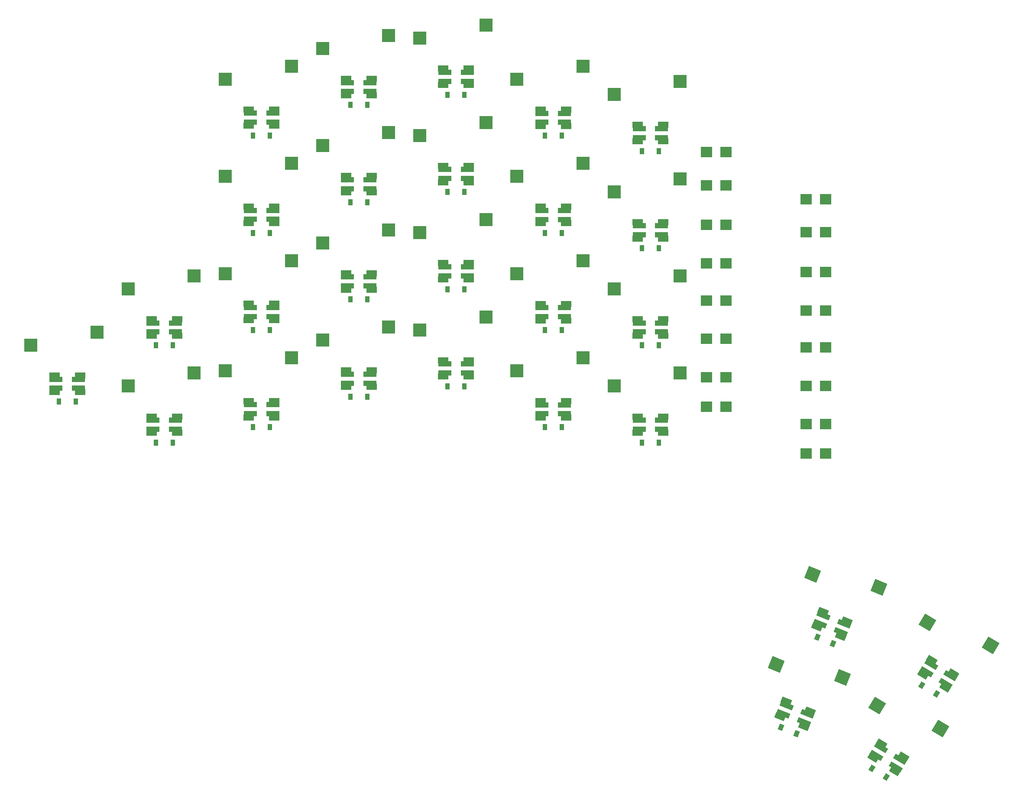
<source format=gbr>
%TF.GenerationSoftware,KiCad,Pcbnew,6.0.10-86aedd382b~118~ubuntu22.04.1*%
%TF.CreationDate,2023-01-31T17:25:27-07:00*%
%TF.ProjectId,scaarix_flow,73636161-7269-4785-9f66-6c6f772e6b69,v1.0.0*%
%TF.SameCoordinates,Original*%
%TF.FileFunction,Paste,Bot*%
%TF.FilePolarity,Positive*%
%FSLAX46Y46*%
G04 Gerber Fmt 4.6, Leading zero omitted, Abs format (unit mm)*
G04 Created by KiCad (PCBNEW 6.0.10-86aedd382b~118~ubuntu22.04.1) date 2023-01-31 17:25:27*
%MOMM*%
%LPD*%
G01*
G04 APERTURE LIST*
G04 Aperture macros list*
%AMRotRect*
0 Rectangle, with rotation*
0 The origin of the aperture is its center*
0 $1 length*
0 $2 width*
0 $3 Rotation angle, in degrees counterclockwise*
0 Add horizontal line*
21,1,$1,$2,0,0,$3*%
G04 Aperture macros list end*
%ADD10R,0.900000X1.200000*%
%ADD11RotRect,0.900000X1.200000X329.000000*%
%ADD12R,2.550000X2.500000*%
%ADD13RotRect,0.900000X1.200000X338.000000*%
%ADD14RotRect,2.550000X2.500000X338.000000*%
%ADD15RotRect,2.550000X2.500000X329.000000*%
%ADD16R,2.600000X1.000000*%
%ADD17R,2.000000X1.200000*%
%ADD18R,2.200000X2.000000*%
%ADD19RotRect,2.600000X1.000000X158.000000*%
%ADD20RotRect,2.000000X1.200000X158.000000*%
%ADD21RotRect,2.600000X1.000000X149.000000*%
%ADD22RotRect,2.000000X1.200000X149.000000*%
G04 APERTURE END LIST*
D10*
%TO.C,D6*%
X167450000Y-84800000D03*
X170750000Y-84800000D03*
%TD*%
%TO.C,D9*%
X186450000Y-97800000D03*
X189750000Y-97800000D03*
%TD*%
D11*
%TO.C,D27*%
X298179374Y-173201887D03*
X301008026Y-174901513D03*
%TD*%
D12*
%TO.C,S15*%
X200015000Y-46760000D03*
X212942000Y-44220000D03*
%TD*%
%TO.C,S10*%
X181015000Y-67760000D03*
X193942000Y-65220000D03*
%TD*%
%TO.C,S3*%
X143015000Y-95760000D03*
X155942000Y-93220000D03*
%TD*%
%TO.C,S22*%
X238015000Y-76760000D03*
X250942000Y-74220000D03*
%TD*%
%TO.C,S20*%
X238015000Y-114760000D03*
X250942000Y-112220000D03*
%TD*%
D10*
%TO.C,D19*%
X224450000Y-65800000D03*
X227750000Y-65800000D03*
%TD*%
D12*
%TO.C,S16*%
X219015000Y-111760000D03*
X231942000Y-109220000D03*
%TD*%
D13*
%TO.C,D25*%
X277703547Y-163834099D03*
X280763253Y-165070301D03*
%TD*%
D12*
%TO.C,S9*%
X181015000Y-86760000D03*
X193942000Y-84220000D03*
%TD*%
D10*
%TO.C,D3*%
X148450000Y-106800000D03*
X151750000Y-106800000D03*
%TD*%
D12*
%TO.C,S19*%
X219015000Y-54760000D03*
X231942000Y-52220000D03*
%TD*%
D10*
%TO.C,D14*%
X205450000Y-76800000D03*
X208750000Y-76800000D03*
%TD*%
%TO.C,D17*%
X224450000Y-103800000D03*
X227750000Y-103800000D03*
%TD*%
%TO.C,D8*%
X186450000Y-116800000D03*
X189750000Y-116800000D03*
%TD*%
D12*
%TO.C,S4*%
X162015000Y-111760000D03*
X174942000Y-109220000D03*
%TD*%
D10*
%TO.C,D1*%
X129450000Y-117800000D03*
X132750000Y-117800000D03*
%TD*%
%TO.C,D22*%
X243450000Y-87800000D03*
X246750000Y-87800000D03*
%TD*%
D12*
%TO.C,S11*%
X181015000Y-48760000D03*
X193942000Y-46220000D03*
%TD*%
D10*
%TO.C,D16*%
X224450000Y-122800000D03*
X227750000Y-122800000D03*
%TD*%
D14*
%TO.C,S25*%
X276799903Y-151561965D03*
X289737110Y-154049458D03*
%TD*%
D10*
%TO.C,D4*%
X167450000Y-122800000D03*
X170750000Y-122800000D03*
%TD*%
D12*
%TO.C,S23*%
X238015000Y-57760000D03*
X250942000Y-55220000D03*
%TD*%
D10*
%TO.C,D15*%
X205450000Y-57800000D03*
X208750000Y-57800000D03*
%TD*%
%TO.C,D20*%
X243450000Y-125800000D03*
X246750000Y-125800000D03*
%TD*%
D12*
%TO.C,S21*%
X238015000Y-95760000D03*
X250942000Y-93220000D03*
%TD*%
%TO.C,S2*%
X143015000Y-114760000D03*
X155942000Y-112220000D03*
%TD*%
D10*
%TO.C,D2*%
X148450000Y-125800000D03*
X151750000Y-125800000D03*
%TD*%
D12*
%TO.C,S8*%
X181015000Y-105760000D03*
X193942000Y-103220000D03*
%TD*%
D10*
%TO.C,D5*%
X167450000Y-103800000D03*
X170750000Y-103800000D03*
%TD*%
D12*
%TO.C,S13*%
X200015000Y-84760000D03*
X212942000Y-82220000D03*
%TD*%
D10*
%TO.C,D7*%
X167450000Y-65800000D03*
X170750000Y-65800000D03*
%TD*%
D12*
%TO.C,S1*%
X124015000Y-106760000D03*
X136942000Y-104220000D03*
%TD*%
D10*
%TO.C,D13*%
X205450000Y-95800000D03*
X208750000Y-95800000D03*
%TD*%
D12*
%TO.C,S5*%
X162015000Y-92760000D03*
X174942000Y-90220000D03*
%TD*%
D11*
%TO.C,D26*%
X288393674Y-189487987D03*
X291222326Y-191187613D03*
%TD*%
D10*
%TO.C,D18*%
X224450000Y-84800000D03*
X227750000Y-84800000D03*
%TD*%
D15*
%TO.C,S27*%
X299206666Y-160939450D03*
X311595465Y-165420143D03*
%TD*%
D12*
%TO.C,S6*%
X162015000Y-73760000D03*
X174942000Y-71220000D03*
%TD*%
%TO.C,S12*%
X200015000Y-103760000D03*
X212942000Y-101220000D03*
%TD*%
%TO.C,S7*%
X162015000Y-54760000D03*
X174942000Y-52220000D03*
%TD*%
%TO.C,S14*%
X200015000Y-65760000D03*
X212942000Y-63220000D03*
%TD*%
%TO.C,S18*%
X219015000Y-73760000D03*
X231942000Y-71220000D03*
%TD*%
D10*
%TO.C,D21*%
X243450000Y-106800000D03*
X246750000Y-106800000D03*
%TD*%
%TO.C,D11*%
X186450000Y-59800000D03*
X189750000Y-59800000D03*
%TD*%
D12*
%TO.C,S17*%
X219015000Y-92760000D03*
X231942000Y-90220000D03*
%TD*%
D13*
%TO.C,D24*%
X270585947Y-181450499D03*
X273645653Y-182686701D03*
%TD*%
D14*
%TO.C,S24*%
X269682403Y-169178465D03*
X282619610Y-171665958D03*
%TD*%
D10*
%TO.C,D10*%
X186450000Y-78800000D03*
X189750000Y-78800000D03*
%TD*%
D15*
%TO.C,S26*%
X289420966Y-177225650D03*
X301809765Y-181706343D03*
%TD*%
D10*
%TO.C,D23*%
X243450000Y-68800000D03*
X246750000Y-68800000D03*
%TD*%
%TO.C,D12*%
X205450000Y-114800000D03*
X208750000Y-114800000D03*
%TD*%
D16*
%TO.C,LED37*%
X190300000Y-74425000D03*
X190300000Y-76175000D03*
X185900000Y-76175000D03*
X185900000Y-74425000D03*
D17*
X190600000Y-73700000D03*
X190600000Y-76900000D03*
X185600000Y-76900000D03*
X185600000Y-73700000D03*
%TD*%
D16*
%TO.C,LED29*%
X152300000Y-121425000D03*
X152300000Y-123175000D03*
X147900000Y-123175000D03*
X147900000Y-121425000D03*
D17*
X152600000Y-120700000D03*
X152600000Y-123900000D03*
X147600000Y-123900000D03*
X147600000Y-120700000D03*
%TD*%
D16*
%TO.C,LED41*%
X209300000Y-72425000D03*
X209300000Y-74175000D03*
X204900000Y-74175000D03*
X204900000Y-72425000D03*
D17*
X209600000Y-71700000D03*
X209600000Y-74900000D03*
X204600000Y-74900000D03*
X204600000Y-71700000D03*
%TD*%
D16*
%TO.C,LED31*%
X171300000Y-118400000D03*
X171300000Y-120150000D03*
X166900000Y-120150000D03*
X166900000Y-118400000D03*
D17*
X171600000Y-117675000D03*
X171600000Y-120875000D03*
X166600000Y-120875000D03*
X166600000Y-117675000D03*
%TD*%
D16*
%TO.C,LED43*%
X228300000Y-118425000D03*
X228300000Y-120175000D03*
X223900000Y-120175000D03*
X223900000Y-118425000D03*
D17*
X228600000Y-117700000D03*
X228600000Y-120900000D03*
X223600000Y-120900000D03*
X223600000Y-117700000D03*
%TD*%
D16*
%TO.C,LED39*%
X209300000Y-110425000D03*
X209300000Y-112175000D03*
X204900000Y-112175000D03*
X204900000Y-110425000D03*
D17*
X209600000Y-109700000D03*
X209600000Y-112900000D03*
X204600000Y-112900000D03*
X204600000Y-109700000D03*
%TD*%
D16*
%TO.C,LED36*%
X190300000Y-93425000D03*
X190300000Y-95175000D03*
X185900000Y-95175000D03*
X185900000Y-93425000D03*
D17*
X190600000Y-92700000D03*
X190600000Y-95900000D03*
X185600000Y-95900000D03*
X185600000Y-92700000D03*
%TD*%
D16*
%TO.C,LED47*%
X247300000Y-121425000D03*
X247300000Y-123175000D03*
X242900000Y-123175000D03*
X242900000Y-121425000D03*
D17*
X247600000Y-120700000D03*
X247600000Y-123900000D03*
X242600000Y-123900000D03*
X242600000Y-120700000D03*
%TD*%
D16*
%TO.C,LED38*%
X190300000Y-55425000D03*
X190300000Y-57175000D03*
X185900000Y-57175000D03*
X185900000Y-55425000D03*
D17*
X190600000Y-54700000D03*
X190600000Y-57900000D03*
X185600000Y-57900000D03*
X185600000Y-54700000D03*
%TD*%
D16*
%TO.C,LED42*%
X209300000Y-53425000D03*
X209300000Y-55175000D03*
X204900000Y-55175000D03*
X204900000Y-53425000D03*
D17*
X209600000Y-52700000D03*
X209600000Y-55900000D03*
X204600000Y-55900000D03*
X204600000Y-52700000D03*
%TD*%
D18*
%TO.C,J2*%
X279350000Y-78200000D03*
X275550000Y-78200000D03*
X279350000Y-84700000D03*
X275550000Y-84700000D03*
X279350000Y-92450000D03*
X275550000Y-92450000D03*
X279350000Y-99950000D03*
X275550000Y-99950000D03*
X279350000Y-107200000D03*
X275550000Y-107200000D03*
X275550000Y-114700000D03*
X279350000Y-114700000D03*
X275550000Y-122200000D03*
X279350000Y-122200000D03*
X279350000Y-127950000D03*
X275550000Y-127950000D03*
%TD*%
D16*
%TO.C,LED50*%
X247300000Y-64425000D03*
X247300000Y-66175000D03*
X242900000Y-66175000D03*
X242900000Y-64425000D03*
D17*
X247600000Y-63700000D03*
X247600000Y-66900000D03*
X242600000Y-66900000D03*
X242600000Y-63700000D03*
%TD*%
D16*
%TO.C,LED28*%
X133300000Y-113425000D03*
X133300000Y-115175000D03*
X128900000Y-115175000D03*
X128900000Y-113425000D03*
D17*
X133600000Y-112700000D03*
X133600000Y-115900000D03*
X128600000Y-115900000D03*
X128600000Y-112700000D03*
%TD*%
D16*
%TO.C,LED40*%
X209300000Y-91425000D03*
X209300000Y-93175000D03*
X204900000Y-93175000D03*
X204900000Y-91425000D03*
D17*
X209600000Y-90700000D03*
X209600000Y-93900000D03*
X204600000Y-93900000D03*
X204600000Y-90700000D03*
%TD*%
D16*
%TO.C,LED35*%
X190300000Y-112425000D03*
X190300000Y-114175000D03*
X185900000Y-114175000D03*
X185900000Y-112425000D03*
D17*
X190600000Y-111700000D03*
X190600000Y-114900000D03*
X185600000Y-114900000D03*
X185600000Y-111700000D03*
%TD*%
D16*
%TO.C,LED34*%
X171300000Y-61400000D03*
X171300000Y-63150000D03*
X166900000Y-63150000D03*
X166900000Y-61400000D03*
D17*
X171600000Y-60675000D03*
X171600000Y-63875000D03*
X166600000Y-63875000D03*
X166600000Y-60675000D03*
%TD*%
D16*
%TO.C,LED44*%
X228300000Y-99425000D03*
X228300000Y-101175000D03*
X223900000Y-101175000D03*
X223900000Y-99425000D03*
D17*
X228600000Y-98700000D03*
X228600000Y-101900000D03*
X223600000Y-101900000D03*
X223600000Y-98700000D03*
%TD*%
D19*
%TO.C,LED52*%
X282967585Y-161225349D03*
X282312024Y-162847920D03*
X278232415Y-161199651D03*
X278887976Y-159577080D03*
D20*
X283517330Y-160665522D03*
X282318589Y-163632511D03*
X277682670Y-161759478D03*
X278881411Y-158792489D03*
%TD*%
D19*
%TO.C,LED51*%
X275767585Y-178825349D03*
X275112024Y-180447920D03*
X271032415Y-178799651D03*
X271687976Y-177177080D03*
D20*
X276317330Y-178265522D03*
X275118589Y-181232511D03*
X270482670Y-179359478D03*
X271681411Y-176392489D03*
%TD*%
D16*
%TO.C,LED30*%
X152300000Y-102425000D03*
X152300000Y-104175000D03*
X147900000Y-104175000D03*
X147900000Y-102425000D03*
D17*
X152600000Y-101700000D03*
X152600000Y-104900000D03*
X147600000Y-104900000D03*
X147600000Y-101700000D03*
%TD*%
D16*
%TO.C,LED46*%
X228300000Y-61425000D03*
X228300000Y-63175000D03*
X223900000Y-63175000D03*
X223900000Y-61425000D03*
D17*
X228600000Y-60700000D03*
X228600000Y-63900000D03*
X223600000Y-63900000D03*
X223600000Y-60700000D03*
%TD*%
D21*
%TO.C,LED54*%
X303736426Y-171395562D03*
X302835110Y-172895605D03*
X299063574Y-170629438D03*
X299964890Y-169129395D03*
D22*
X304366979Y-170928628D03*
X302718857Y-173671563D03*
X298433021Y-171096372D03*
X300081143Y-168353437D03*
%TD*%
D16*
%TO.C,LED32*%
X171300000Y-99400000D03*
X171300000Y-101150000D03*
X166900000Y-101150000D03*
X166900000Y-99400000D03*
D17*
X171600000Y-98675000D03*
X171600000Y-101875000D03*
X166600000Y-101875000D03*
X166600000Y-98675000D03*
%TD*%
D16*
%TO.C,LED49*%
X247300000Y-83425000D03*
X247300000Y-85175000D03*
X242900000Y-85175000D03*
X242900000Y-83425000D03*
D17*
X247600000Y-82700000D03*
X247600000Y-85900000D03*
X242600000Y-85900000D03*
X242600000Y-82700000D03*
%TD*%
D16*
%TO.C,LED33*%
X171300000Y-80400000D03*
X171300000Y-82150000D03*
X166900000Y-82150000D03*
X166900000Y-80400000D03*
D17*
X171600000Y-79675000D03*
X171600000Y-82875000D03*
X166600000Y-82875000D03*
X166600000Y-79675000D03*
%TD*%
D21*
%TO.C,LED53*%
X293936426Y-187695562D03*
X293035110Y-189195605D03*
X289263574Y-186929438D03*
X290164890Y-185429395D03*
D22*
X294566979Y-187228628D03*
X292918857Y-189971563D03*
X288633021Y-187396372D03*
X290281143Y-184653437D03*
%TD*%
D16*
%TO.C,LED48*%
X247300000Y-102425000D03*
X247300000Y-104175000D03*
X242900000Y-104175000D03*
X242900000Y-102425000D03*
D17*
X247600000Y-101700000D03*
X247600000Y-104900000D03*
X242600000Y-104900000D03*
X242600000Y-101700000D03*
%TD*%
D16*
%TO.C,LED45*%
X228300000Y-80425000D03*
X228300000Y-82175000D03*
X223900000Y-82175000D03*
X223900000Y-80425000D03*
D17*
X228600000Y-79700000D03*
X228600000Y-82900000D03*
X223600000Y-82900000D03*
X223600000Y-79700000D03*
%TD*%
D18*
%TO.C,J1*%
X256100000Y-69000000D03*
X259900000Y-69000000D03*
X259900000Y-75500000D03*
X256100000Y-75500000D03*
X256100000Y-83250000D03*
X259900000Y-83250000D03*
X259900000Y-90750000D03*
X256100000Y-90750000D03*
X259900000Y-98000000D03*
X256100000Y-98000000D03*
X256100000Y-105500000D03*
X259900000Y-105500000D03*
X259900000Y-113000000D03*
X256100000Y-113000000D03*
X256100000Y-118750000D03*
X259900000Y-118750000D03*
%TD*%
M02*

</source>
